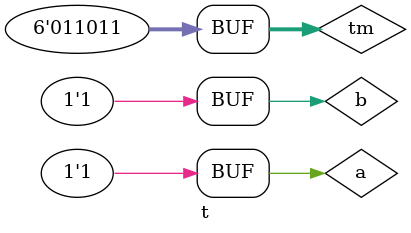
<source format=v>
`timescale 1ns / 1ps


module t();
    reg a,b;
    reg [5:0] tm;
    initial begin 
        a = 1; b = 1;
        tm = 6'b011000;
        #10
        tm = tm |{a,b};
         
    end
endmodule

</source>
